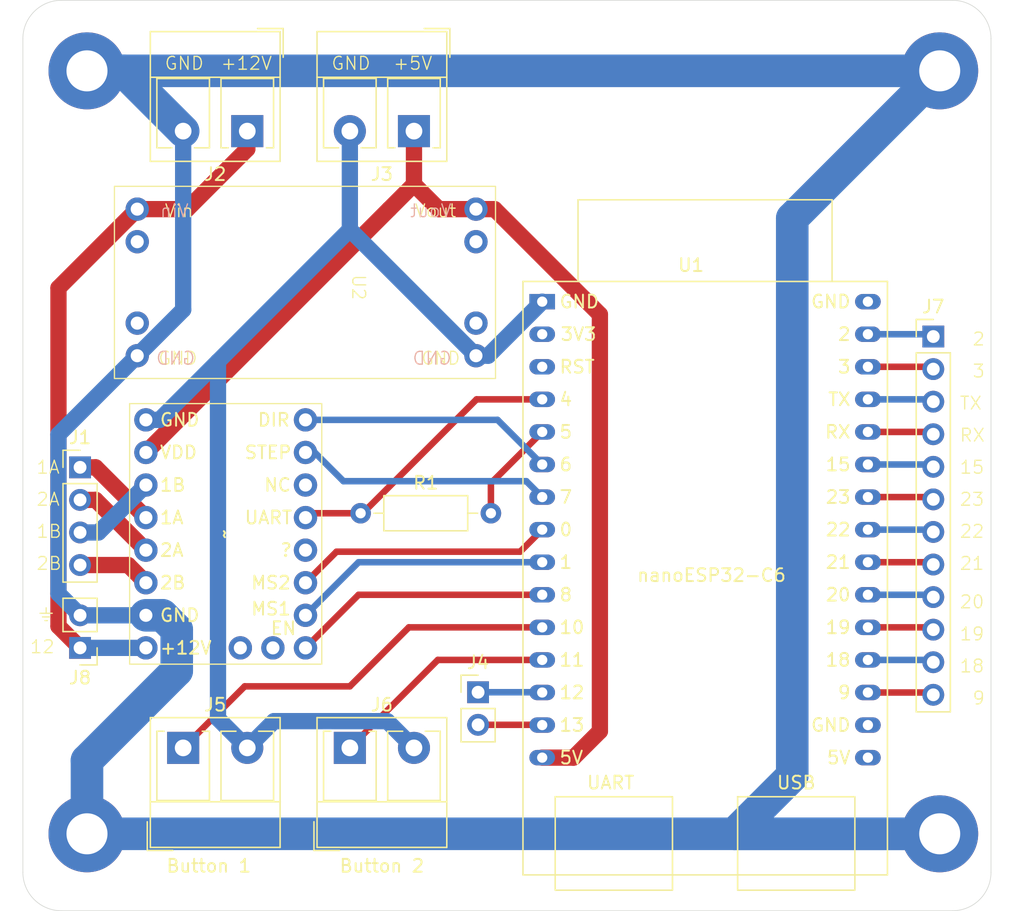
<source format=kicad_pcb>
(kicad_pcb (version 20240108) (generator "pcbnew") (generator_version "8.0")
  (layers (0 "F.Cu" signal) (31 "B.Cu" signal) (34 "B.Paste" user) (35 "F.Paste" user) (36 "B.SilkS" user "B.Silkscreen") (37 "F.SilkS" user "F.Silkscreen") (38 "B.Mask" user) (39 "F.Mask" user) (44 "Edge.Cuts" user))
  (net 0 "")
  (net 1 "Net-(J1-Pin_2)")
  (net 2 "Net-(J1-Pin_1)")
  (net 3 "Net-(J1-Pin_3)")
  (net 4 "Net-(J1-Pin_4)")
  (net 5 "GND")
  (net 6 "+12V")
  (net 7 "Net-(J3-Pin_1)")
  (net 8 "Net-(J3-Pin_2)")
  (net 9 "Net-(U1-13)")
  (net 10 "Net-(J5-Pin_1)")
  (net 11 "Net-(J6-Pin_1)")
  (net 12 "Net-(U1-12)")
  (net 13 "Net-(U1-19)")
  (net 14 "Net-(U1-18)")
  (net 15 "Net-(U1-2)")
  (net 16 "Net-(U1-RX)")
  (net 17 "Net-(U1-15)")
  (net 18 "Net-(U1-23)")
  (net 19 "Net-(U1-3)")
  (net 20 "Net-(U1-9)")
  (net 21 "Net-(U1-21)")
  (net 22 "Net-(U1-TX)")
  (net 23 "Net-(U1-22)")
  (net 24 "Net-(R1-Pad2)")
  (net 25 "Net-(TMC2209-RX)")
  (net 28 "Net-(TMC2209-DIR)")
  (net 29 "Net-(TMC2209-MS2)")
  (net 30 "Net-(TMC2209-STEP)")
  (net 31 "Net-(TMC2209-EN)")
  (net 32 "Net-(TMC2209-MS1)")
  (net 35 "Net-(U1-20)")
  (footprint "Connector_PinHeader_2.54mm:PinHeader_1x12_P2.54mm_Vertical" (layer "F.Cu") (at 140.5 80.72)
    (property "Reference" "J7" (at 0 -2.33 0) (layer "F.SilkS"))
    (property "Value" "PINHD_1x12_Male")
    (fp_line (start -1.33 -1.33) (end 0 -1.33) (stroke (width 0.12)) (layer "F.SilkS"))
    (fp_line (start -1.33 0) (end -1.33 -1.33) (stroke (width 0.12)) (layer "F.SilkS"))
    (fp_line (start -1.33 1.27) (end -1.33 29.27) (stroke (width 0.12)) (layer "F.SilkS"))
    (fp_line (start -1.33 1.27) (end 1.33 1.27) (stroke (width 0.12)) (layer "F.SilkS"))
    (fp_line (start -1.33 29.27) (end 1.33 29.27) (stroke (width 0.12)) (layer "F.SilkS"))
    (fp_line (start 1.33 1.27) (end 1.33 29.27) (stroke (width 0.12)) (layer "F.SilkS"))
    (pad "1" thru_hole rect (at 0 0) (size 1.7 1.7) (drill 1) (layers "*.Cu" "*.Mask") (net 15 "Net-(U1-2)"))
    (pad "2" thru_hole oval (at 0 2.54) (size 1.7 1.7) (drill 1) (layers "*.Cu" "*.Mask") (net 19 "Net-(U1-3)"))
    (pad "3" thru_hole oval (at 0 5.08) (size 1.7 1.7) (drill 1) (layers "*.Cu" "*.Mask") (net 22 "Net-(U1-TX)"))
    (pad "4" thru_hole oval (at 0 7.62) (size 1.7 1.7) (drill 1) (layers "*.Cu" "*.Mask") (net 16 "Net-(U1-RX)"))
    (pad "5" thru_hole oval (at 0 10.16) (size 1.7 1.7) (drill 1) (layers "*.Cu" "*.Mask") (net 17 "Net-(U1-15)"))
    (pad "6" thru_hole oval (at 0 12.7) (size 1.7 1.7) (drill 1) (layers "*.Cu" "*.Mask") (net 18 "Net-(U1-23)"))
    (pad "7" thru_hole oval (at 0 15.24) (size 1.7 1.7) (drill 1) (layers "*.Cu" "*.Mask") (net 23 "Net-(U1-22)"))
    (pad "8" thru_hole oval (at 0 17.78) (size 1.7 1.7) (drill 1) (layers "*.Cu" "*.Mask") (net 21 "Net-(U1-21)"))
    (pad "9" thru_hole oval (at 0 20.32) (size 1.7 1.7) (drill 1) (layers "*.Cu" "*.Mask") (net 35 "Net-(U1-20)"))
    (pad "10" thru_hole oval (at 0 22.86) (size 1.7 1.7) (drill 1) (layers "*.Cu" "*.Mask") (net 13 "Net-(U1-19)"))
    (pad "11" thru_hole oval (at 0 25.4) (size 1.7 1.7) (drill 1) (layers "*.Cu" "*.Mask") (net 14 "Net-(U1-18)"))
    (pad "12" thru_hole oval (at 0 27.94) (size 1.7 1.7) (drill 1) (layers "*.Cu" "*.Mask") (net 20 "Net-(U1-9)"))
  )
  (footprint "PCM_SL_Mechanical:MountingHole_3.2mm_Pad" (layer "F.Cu") (at 74.5 60)
    (property "Reference" "H3" (hide yes))
    (property "Value" "MountingHole_M3")
    (pad "1" thru_hole circle (at 0 0) (size 6 6) (drill 3.2) (layers "*.Cu" "*.Mask") (net 5 "GND"))
  )
  (footprint "TerminalBlock_RND:TerminalBlock_RND_205-00276_1x02_P5.00mm_Vertical" (layer "F.Cu") (at 82 112.8)
    (property "Reference" "J5" (at 2.5 -3.36 0) (layer "F.SilkS"))
    (property "Value" "Button 1" (at 2 9.2 0) (layer "F.SilkS"))
    (fp_line (start -2.8 5.76) (end -2.8 8) (stroke (width 0.12)) (layer "F.SilkS"))
    (fp_line (start -2.8 8) (end -0.8 8) (stroke (width 0.12)) (layer "F.SilkS"))
    (fp_line (start -2.56 -2.36) (end -2.56 7.76) (stroke (width 0.12)) (layer "F.SilkS"))
    (fp_line (start -2.56 -2.36) (end 7.56 -2.36) (stroke (width 0.12)) (layer "F.SilkS"))
    (fp_line (start -2.56 4.2) (end 7.56 4.2) (stroke (width 0.12)) (layer "F.SilkS"))
    (fp_line (start -2.56 7.76) (end 7.56 7.76) (stroke (width 0.12)) (layer "F.SilkS"))
    (fp_line (start -2.05 -1.3) (end -2.05 4.1) (stroke (width 0.12)) (layer "F.SilkS"))
    (fp_line (start -2.05 -1.3) (end -1.49 -1.3) (stroke (width 0.12)) (layer "F.SilkS"))
    (fp_line (start -2.05 4.1) (end 2.05 4.1) (stroke (width 0.12)) (layer "F.SilkS"))
    (fp_line (start 1.49 -1.3) (end 2.05 -1.3) (stroke (width 0.12)) (layer "F.SilkS"))
    (fp_line (start 2.05 -1.3) (end 2.05 4.1) (stroke (width 0.12)) (layer "F.SilkS"))
    (fp_line (start 2.95 -1.3) (end 2.95 4.1) (stroke (width 0.12)) (layer "F.SilkS"))
    (fp_line (start 2.95 -1.3) (end 4.117 -1.3) (stroke (width 0.12)) (layer "F.SilkS"))
    (fp_line (start 2.95 4.1) (end 7.05 4.1) (stroke (width 0.12)) (layer "F.SilkS"))
    (fp_line (start 5.884 -1.3) (end 7.05 -1.3) (stroke (width 0.12)) (layer "F.SilkS"))
    (fp_line (start 7.05 -1.3) (end 7.05 4.1) (stroke (width 0.12)) (layer "F.SilkS"))
    (fp_line (start 7.56 -2.36) (end 7.56 7.76) (stroke (width 0.12)) (layer "F.SilkS"))
    (pad "1" thru_hole rect (at 0 0) (size 2.5 2.5) (drill 1.3) (layers "*.Cu" "*.Mask") (net 10 "Net-(J5-Pin_1)"))
    (pad "2" thru_hole circle (at 5 0) (size 2.5 2.5) (drill 1.3) (layers "*.Cu" "*.Mask") (net 8 "Net-(J3-Pin_2)"))
  )
  (footprint "Connector_PinHeader_2.54mm:PinHeader_1x02_P2.54mm_Vertical" (layer "F.Cu") (at 105 108.46)
    (property "Reference" "J4" (at 0 -2.33 0) (layer "F.SilkS"))
    (property "Value" "Extra Pins")
    (fp_line (start -1.33 -1.33) (end 0 -1.33) (stroke (width 0.12)) (layer "F.SilkS"))
    (fp_line (start -1.33 0) (end -1.33 -1.33) (stroke (width 0.12)) (layer "F.SilkS"))
    (fp_line (start -1.33 1.27) (end -1.33 3.87) (stroke (width 0.12)) (layer "F.SilkS"))
    (fp_line (start -1.33 1.27) (end 1.33 1.27) (stroke (width 0.12)) (layer "F.SilkS"))
    (fp_line (start -1.33 3.87) (end 1.33 3.87) (stroke (width 0.12)) (layer "F.SilkS"))
    (fp_line (start 1.33 1.27) (end 1.33 3.87) (stroke (width 0.12)) (layer "F.SilkS"))
    (pad "1" thru_hole rect (at 0 0) (size 1.7 1.7) (drill 1) (layers "*.Cu" "*.Mask") (net 12 "Net-(U1-12)"))
    (pad "2" thru_hole oval (at 0 2.54) (size 1.7 1.7) (drill 1) (layers "*.Cu" "*.Mask") (net 9 "Net-(U1-13)"))
  )
  (footprint "TerminalBlock_RND:TerminalBlock_RND_205-00276_1x02_P5.00mm_Vertical" (layer "F.Cu") (at 95 112.8)
    (property "Reference" "J6" (at 2.5 -3.36 0) (layer "F.SilkS"))
    (property "Value" "Button 2" (at 2.5 9.2 0) (layer "F.SilkS"))
    (fp_line (start -2.8 5.76) (end -2.8 8) (stroke (width 0.12)) (layer "F.SilkS"))
    (fp_line (start -2.8 8) (end -0.8 8) (stroke (width 0.12)) (layer "F.SilkS"))
    (fp_line (start -2.56 -2.36) (end -2.56 7.76) (stroke (width 0.12)) (layer "F.SilkS"))
    (fp_line (start -2.56 -2.36) (end 7.56 -2.36) (stroke (width 0.12)) (layer "F.SilkS"))
    (fp_line (start -2.56 4.2) (end 7.56 4.2) (stroke (width 0.12)) (layer "F.SilkS"))
    (fp_line (start -2.56 7.76) (end 7.56 7.76) (stroke (width 0.12)) (layer "F.SilkS"))
    (fp_line (start -2.05 -1.3) (end -2.05 4.1) (stroke (width 0.12)) (layer "F.SilkS"))
    (fp_line (start -2.05 -1.3) (end -1.49 -1.3) (stroke (width 0.12)) (layer "F.SilkS"))
    (fp_line (start -2.05 4.1) (end 2.05 4.1) (stroke (width 0.12)) (layer "F.SilkS"))
    (fp_line (start 1.49 -1.3) (end 2.05 -1.3) (stroke (width 0.12)) (layer "F.SilkS"))
    (fp_line (start 2.05 -1.3) (end 2.05 4.1) (stroke (width 0.12)) (layer "F.SilkS"))
    (fp_line (start 2.95 -1.3) (end 2.95 4.1) (stroke (width 0.12)) (layer "F.SilkS"))
    (fp_line (start 2.95 -1.3) (end 4.117 -1.3) (stroke (width 0.12)) (layer "F.SilkS"))
    (fp_line (start 2.95 4.1) (end 7.05 4.1) (stroke (width 0.12)) (layer "F.SilkS"))
    (fp_line (start 5.884 -1.3) (end 7.05 -1.3) (stroke (width 0.12)) (layer "F.SilkS"))
    (fp_line (start 7.05 -1.3) (end 7.05 4.1) (stroke (width 0.12)) (layer "F.SilkS"))
    (fp_line (start 7.56 -2.36) (end 7.56 7.76) (stroke (width 0.12)) (layer "F.SilkS"))
    (pad "1" thru_hole rect (at 0 0) (size 2.5 2.5) (drill 1.3) (layers "*.Cu" "*.Mask") (net 11 "Net-(J6-Pin_1)"))
    (pad "2" thru_hole circle (at 5 0) (size 2.5 2.5) (drill 1.3) (layers "*.Cu" "*.Mask") (net 8 "Net-(J3-Pin_2)"))
  )
  (footprint "CustomComponents:nanoESP32-C6" (layer "F.Cu") (at 110 78)
    (property "Reference" "U1" (at 11.6078 -2.8448 0) (layer "F.SilkS"))
    (property "Value" "nanoESP32-C6" (at 13.208 21.336 180) (layer "F.SilkS"))
    (fp_line (start -1.5 -1.575) (end -1.5 44.704) (stroke (width 0.12)) (layer "F.SilkS"))
    (fp_line (start -1.5 44.704) (end 26.923999 44.704) (stroke (width 0.12)) (layer "F.SilkS"))
    (fp_line (start 2.794 -7.94532) (end 22.606 -7.94532) (stroke (width 0.12)) (layer "F.SilkS"))
    (fp_line (start 2.794 -1.59532) (end 2.794 -7.94532) (stroke (width 0.12)) (layer "F.SilkS"))
    (fp_line (start 22.606 -7.94532) (end 22.606 -1.59532) (stroke (width 0.12)) (layer "F.SilkS"))
    (fp_line (start 26.923999 44.704) (end 26.924 -1.575) (stroke (width 0.12)) (layer "F.SilkS"))
    (fp_line (start 26.924 -1.575) (end -1.499999 -1.575) (stroke (width 0.12)) (layer "F.SilkS"))
    (fp_rect (start 1.016 38.608) (end 10.16 45.8978) (stroke (width 0.12)) (fill none) (layer "F.SilkS"))
    (fp_rect (start 15.24 38.608) (end 24.384 45.8978) (stroke (width 0.12)) (fill none) (layer "F.SilkS"))
    (fp_text user "15" (at 24.13 12.7 0) (layer "F.SilkS") (effects (justify right)))
    (fp_text user "11" (at 1.27 27.94 0) (layer "F.SilkS") (effects (justify left)))
    (fp_text user "5" (at 1.27 10.16 0) (layer "F.SilkS") (effects (justify left)))
    (fp_text user "13" (at 1.27 33.02 0) (layer "F.SilkS") (effects (justify left)))
    (fp_text user "22" (at 24.13 17.78 0) (layer "F.SilkS") (effects (justify right)))
    (fp_text user "3V3" (at 4.318 2.54 0) (layer "F.SilkS") (effects (justify right)))
    (fp_text user "GND" (at 24.13 33.02 0) (layer "F.SilkS") (effects (justify right)))
    (fp_text user "USB" (at 19.812 38.1 0) (layer "F.SilkS") (effects (justify bottom)))
    (fp_text user "23" (at 24.13 15.24 0) (layer "F.SilkS") (effects (justify right)))
    (fp_text user "12" (at 1.27 30.48 0) (layer "F.SilkS") (effects (justify left)))
    (fp_text user "RST" (at 1.27 5.08 0) (layer "F.SilkS") (effects (justify left)))
    (fp_text user "6" (at 1.27 12.7 0) (layer "F.SilkS") (effects (justify left)))
    (fp_text user "2" (at 24.13 2.54 0) (layer "F.SilkS") (effects (justify right)))
    (fp_text user "RX" (at 24.13 10.16 0) (layer "F.SilkS") (effects (justify right)))
    (fp_text user "10" (at 1.27 25.4 0) (layer "F.SilkS") (effects (justify left)))
    (fp_text user "5V" (at 24.13 35.56 0) (layer "F.SilkS") (effects (justify right)))
    (fp_text user "4" (at 1.27 7.62 0) (layer "F.SilkS") (effects (justify left)))
    (fp_text user "20" (at 24.13 22.86 0) (layer "F.SilkS") (effects (justify right)))
    (fp_text user "7" (at 1.27 15.24 0) (layer "F.SilkS") (effects (justify left)))
    (fp_text user "18" (at 24.13 27.94 0) (layer "F.SilkS") (effects (justify right)))
    (fp_text user "19" (at 24.13 25.4 0) (layer "F.SilkS") (effects (justify right)))
    (fp_text user "1" (at 1.27 20.32 0) (layer "F.SilkS") (effects (justify left)))
    (fp_text user "5V" (at 1.27 35.56 0) (layer "F.SilkS") (effects (justify left)))
    (fp_text user "3" (at 24.13 5.08 0) (layer "F.SilkS") (effects (justify right)))
    (fp_text user "UART" (at 5.334 38.1 0) (layer "F.SilkS") (effects (justify bottom)))
    (fp_text user "21" (at 24.13 20.32 0) (layer "F.SilkS") (effects (justify right)))
    (fp_text user "GND" (at 1.27 0 0) (layer "F.SilkS") (effects (justify left)))
    (fp_text user "GND" (at 24.13 0 0) (layer "F.SilkS") (effects (justify right)))
    (fp_text user "9" (at 24.13 30.48 0) (layer "F.SilkS") (effects (justify right)))
    (fp_text user "8" (at 1.27 22.86 0) (layer "F.SilkS") (effects (justify left)))
    (fp_text user "0" (at 1.27 17.78 0) (layer "F.SilkS") (effects (justify left)))
    (fp_text user "TX" (at 24.13 7.62 0) (layer "F.SilkS") (effects (justify right)))
    (pad "1" thru_hole rect (at 0 0 270) (size 1.2 2) (drill 0.8) (layers "*.Cu" "*.Mask") (net 8 "Net-(J3-Pin_2)"))
    (pad "2" thru_hole oval (at 0 2.54 270) (size 1.2 2) (drill 0.8) (layers "*.Cu" "*.Mask"))
    (pad "3" thru_hole oval (at 0 5.08 270) (size 1.2 2) (drill 0.8) (layers "*.Cu" "*.Mask"))
    (pad "4" thru_hole oval (at 0 7.62 270) (size 1.2 2) (drill 0.8) (layers "*.Cu" "*.Mask") (net 25 "Net-(TMC2209-RX)"))
    (pad "5" thru_hole oval (at 0 10.16 270) (size 1.2 2) (drill 0.8) (layers "*.Cu" "*.Mask") (net 24 "Net-(R1-Pad2)"))
    (pad "6" thru_hole oval (at 0 12.7 270) (size 1.2 2) (drill 0.8) (layers "*.Cu" "*.Mask") (net 28 "Net-(TMC2209-DIR)"))
    (pad "7" thru_hole oval (at 0 15.24 270) (size 1.2 2) (drill 0.8) (layers "*.Cu" "*.Mask") (net 30 "Net-(TMC2209-STEP)"))
    (pad "8" thru_hole oval (at 0 17.78 270) (size 1.2 2) (drill 0.8) (layers "*.Cu" "*.Mask") (net 29 "Net-(TMC2209-MS2)"))
    (pad "9" thru_hole oval (at 0 20.32 270) (size 1.2 2) (drill 0.8) (layers "*.Cu" "*.Mask") (net 32 "Net-(TMC2209-MS1)"))
    (pad "10" thru_hole oval (at 0 22.86 270) (size 1.2 2) (drill 0.8) (layers "*.Cu" "*.Mask") (net 31 "Net-(TMC2209-EN)"))
    (pad "11" thru_hole oval (at 0 25.4 270) (size 1.2 2) (drill 0.8) (layers "*.Cu" "*.Mask") (net 10 "Net-(J5-Pin_1)"))
    (pad "12" thru_hole oval (at 0 27.94 270) (size 1.2 2) (drill 0.8) (layers "*.Cu" "*.Mask") (net 11 "Net-(J6-Pin_1)"))
    (pad "13" thru_hole oval (at 0 30.48 270) (size 1.2 2) (drill 0.8) (layers "*.Cu" "*.Mask") (net 12 "Net-(U1-12)"))
    (pad "14" thru_hole oval (at 0 33.02 270) (size 1.2 2) (drill 0.8) (layers "*.Cu" "*.Mask") (net 9 "Net-(U1-13)"))
    (pad "15" thru_hole oval (at 0 35.56 270) (size 1.2 2) (drill 0.8) (layers "*.Cu" "*.Mask") (net 7 "Net-(J3-Pin_1)"))
    (pad "16" thru_hole oval (at 25.4 0 270) (size 1.2 2) (drill 0.8) (layers "*.Cu" "*.Mask"))
    (pad "17" thru_hole oval (at 25.4 2.54 270) (size 1.2 2) (drill 0.8) (layers "*.Cu" "*.Mask") (net 15 "Net-(U1-2)"))
    (pad "18" thru_hole oval (at 25.4 5.08 270) (size 1.2 2) (drill 0.8) (layers "*.Cu" "*.Mask") (net 19 "Net-(U1-3)"))
    (pad "19" thru_hole oval (at 25.4 7.62 270) (size 1.2 2) (drill 0.8) (layers "*.Cu" "*.Mask") (net 22 "Net-(U1-TX)"))
    (pad "20" thru_hole oval (at 25.4 10.16 270) (size 1.2 2) (drill 0.8) (layers "*.Cu" "*.Mask") (net 16 "Net-(U1-RX)"))
    (pad "21" thru_hole oval (at 25.4 12.7 270) (size 1.2 2) (drill 0.8) (layers "*.Cu" "*.Mask") (net 17 "Net-(U1-15)"))
    (pad "22" thru_hole oval (at 25.4 15.24 270) (size 1.2 2) (drill 0.8) (layers "*.Cu" "*.Mask") (net 18 "Net-(U1-23)"))
    (pad "23" thru_hole oval (at 25.4 17.78 270) (size 1.2 2) (drill 0.8) (layers "*.Cu" "*.Mask") (net 23 "Net-(U1-22)"))
    (pad "24" thru_hole oval (at 25.4 20.32 270) (size 1.2 2) (drill 0.8) (layers "*.Cu" "*.Mask") (net 21 "Net-(U1-21)"))
    (pad "25" thru_hole oval (at 25.4 22.86 270) (size 1.2 2) (drill 0.8) (layers "*.Cu" "*.Mask") (net 35 "Net-(U1-20)"))
    (pad "26" thru_hole oval (at 25.4 25.4 270) (size 1.2 2) (drill 0.8) (layers "*.Cu" "*.Mask") (net 13 "Net-(U1-19)"))
    (pad "27" thru_hole oval (at 25.4 27.94 270) (size 1.2 2) (drill 0.8) (layers "*.Cu" "*.Mask") (net 14 "Net-(U1-18)"))
    (pad "28" thru_hole oval (at 25.4 30.48 270) (size 1.2 2) (drill 0.8) (layers "*.Cu" "*.Mask") (net 20 "Net-(U1-9)"))
    (pad "29" thru_hole oval (at 25.4 33.02 270) (size 1.2 2) (drill 0.8) (layers "*.Cu" "*.Mask"))
    (pad "30" thru_hole oval (at 25.4 35.56 270) (size 1.2 2) (drill 0.8) (layers "*.Cu" "*.Mask"))
  )
  (footprint "TerminalBlock_RND:TerminalBlock_RND_205-00276_1x02_P5.00mm_Vertical" (layer "F.Cu") (at 87 64.7 180)
    (property "Reference" "J2" (at 2.5 -3.36 180) (layer "F.SilkS"))
    (property "Value" "12V Terminal")
    (fp_line (start 7.56 -2.36) (end 7.56 7.76) (stroke (width 0.12)) (layer "F.SilkS"))
    (fp_line (start 7.05 -1.3) (end 7.05 4.1) (stroke (width 0.12)) (layer "F.SilkS"))
    (fp_line (start 5.884 -1.3) (end 7.05 -1.3) (stroke (width 0.12)) (layer "F.SilkS"))
    (fp_line (start 2.95 4.1) (end 7.05 4.1) (stroke (width 0.12)) (layer "F.SilkS"))
    (fp_line (start 2.95 -1.3) (end 4.117 -1.3) (stroke (width 0.12)) (layer "F.SilkS"))
    (fp_line (start 2.95 -1.3) (end 2.95 4.1) (stroke (width 0.12)) (layer "F.SilkS"))
    (fp_line (start 2.05 -1.3) (end 2.05 4.1) (stroke (width 0.12)) (layer "F.SilkS"))
    (fp_line (start 1.49 -1.3) (end 2.05 -1.3) (stroke (width 0.12)) (layer "F.SilkS"))
    (fp_line (start -2.05 4.1) (end 2.05 4.1) (stroke (width 0.12)) (layer "F.SilkS"))
    (fp_line (start -2.05 -1.3) (end -1.49 -1.3) (stroke (width 0.12)) (layer "F.SilkS"))
    (fp_line (start -2.05 -1.3) (end -2.05 4.1) (stroke (width 0.12)) (layer "F.SilkS"))
    (fp_line (start -2.56 7.76) (end 7.56 7.76) (stroke (width 0.12)) (layer "F.SilkS"))
    (fp_line (start -2.56 4.2) (end 7.56 4.2) (stroke (width 0.12)) (layer "F.SilkS"))
    (fp_line (start -2.56 -2.36) (end 7.56 -2.36) (stroke (width 0.12)) (layer "F.SilkS"))
    (fp_line (start -2.56 -2.36) (end -2.56 7.76) (stroke (width 0.12)) (layer "F.SilkS"))
    (fp_line (start -2.8 8) (end -0.8 8) (stroke (width 0.12)) (layer "F.SilkS"))
    (fp_line (start -2.8 5.76) (end -2.8 8) (stroke (width 0.12)) (layer "F.SilkS"))
    (pad "1" thru_hole rect (at 0 0 180) (size 2.5 2.5) (drill 1.3) (layers "*.Cu" "*.Mask") (net 6 "+12V"))
    (pad "2" thru_hole circle (at 5 0 180) (size 2.5 2.5) (drill 1.3) (layers "*.Cu" "*.Mask") (net 5 "GND"))
  )
  (footprint "CustomComponents:BuckConverter" (layer "F.Cu") (at 104.835 70.785 -90)
    (property "Reference" "U2" (at 6.096 9.144 -90) (layer "F.SilkS") (effects (font (thickness 0.1))))
    (property "Value" "~")
    (fp_rect (start -1.778 -1.524) (end 13.208 28.194) (stroke (width 0.1)) (fill none) (layer "F.SilkS"))
    (pad "" thru_hole circle (at 2.54 0 270) (size 1.818 1.818) (drill 1.02) (layers "*.Cu" "*.Mask"))
    (pad "" thru_hole circle (at 2.54 26.416 270) (size 1.818 1.818) (drill 1.02) (layers "*.Cu" "*.Mask"))
    (pad "" thru_hole circle (at 8.89 0 270) (size 1.818 1.818) (drill 1.02) (layers "*.Cu" "*.Mask"))
    (pad "" thru_hole circle (at 8.89 26.416 270) (size 1.818 1.818) (drill 1.02) (layers "*.Cu" "*.Mask"))
    (pad "1" thru_hole circle (at 0 26.416 270) (size 1.818 1.818) (drill 1.02) (layers "*.Cu" "*.Mask") (net 6 "+12V"))
    (pad "2" thru_hole circle (at 11.43 26.416 270) (size 1.818 1.818) (drill 1.02) (layers "*.Cu" "*.Mask") (net 5 "GND"))
    (pad "3" thru_hole circle (at 0 0 270) (size 1.818 1.818) (drill 1.02) (layers "*.Cu" "*.Mask") (net 7 "Net-(J3-Pin_1)"))
    (pad "4" thru_hole circle (at 11.43 0 270) (size 1.818 1.818) (drill 1.02) (layers "*.Cu" "*.Mask") (net 8 "Net-(J3-Pin_2)"))
  )
  (footprint "CustomComponents:TMC2209" (layer "F.Cu") (at 79.094 94.84)
    (property "Reference" "TMC2209" (hide yes))
    (property "Value" "~" (at 6.096 1.27 90) (layer "F.SilkS"))
    (fp_rect (start -1.27 -8.89) (end 13.716 11.43) (stroke (width 0.1)) (fill none) (layer "F.SilkS"))
    (fp_text user "UART" (at 7.62 0 0) (layer "F.SilkS") (effects (justify left)))
    (fp_text user "1B" (at 1.016 -2.54 0) (layer "F.SilkS") (effects (justify left)))
    (fp_text user "STEP" (at 7.62 -5.08 0) (layer "F.SilkS") (effects (justify left)))
    (fp_text user "GND" (at 1.016 -7.62 0) (layer "F.SilkS") (effects (justify left)))
    (fp_text user "2A" (at 1.016 2.54 0) (layer "F.SilkS") (effects (justify left)))
    (fp_text user "1A" (at 1.016 0 0) (layer "F.SilkS") (effects (justify left)))
    (fp_text user "GND" (at 1.016 7.62 0) (layer "F.SilkS") (effects (justify left)))
    (fp_text user "+12V" (at 1.016 10.16 0) (layer "F.SilkS") (effects (justify left)))
    (fp_text user "VDD" (at 1.016 -5.08 0) (layer "F.SilkS") (effects (justify left)))
    (fp_text user "MS2" (at 8.128 5.08 0) (layer "F.SilkS") (effects (justify left)))
    (fp_text user "NC" (at 9.144 -2.54 0) (layer "F.SilkS") (effects (justify left)))
    (fp_text user "DIR" (at 8.636 -7.62 0) (layer "F.SilkS") (effects (justify left)))
    (fp_text user "2B" (at 1.016 5.08 0) (layer "F.SilkS") (effects (justify left)))
    (fp_text user "EN" (at 9.652 8.636 0) (layer "F.SilkS") (effects (justify left)))
    (fp_text user "?" (at 10.414 2.54 0) (layer "F.SilkS") (effects (justify left)))
    (fp_text user "MS1" (at 8.128 7.112 0) (layer "F.SilkS") (effects (justify left)))
    (pad "1" thru_hole circle (at 0 -7.62) (size 1.818 1.818) (drill 1.02) (layers "*.Cu" "*.Mask") (net 8 "Net-(J3-Pin_2)"))
    (pad "2" thru_hole circle (at 0 -5.08) (size 1.818 1.818) (drill 1.02) (layers "*.Cu" "*.Mask") (net 7 "Net-(J3-Pin_1)"))
    (pad "3" thru_hole circle (at 0 -2.54) (size 1.818 1.818) (drill 1.02) (layers "*.Cu" "*.Mask") (net 3 "Net-(J1-Pin_3)"))
    (pad "4" thru_hole circle (at 0 0) (size 1.818 1.818) (drill 1.02) (layers "*.Cu" "*.Mask") (net 2 "Net-(J1-Pin_1)"))
    (pad "5" thru_hole circle (at 0 2.54) (size 1.818 1.818) (drill 1.02) (layers "*.Cu" "*.Mask") (net 1 "Net-(J1-Pin_2)"))
    (pad "6" thru_hole circle (at 0 5.08) (size 1.818 1.818) (drill 1.02) (layers "*.Cu" "*.Mask") (net 4 "Net-(J1-Pin_4)"))
    (pad "7" thru_hole circle (at 0 7.62) (size 1.818 1.818) (drill 1.02) (layers "*.Cu" "*.Mask") (net 5 "GND"))
    (pad "8" thru_hole circle (at 0 10.16) (size 1.818 1.818) (drill 1.02) (layers "*.Cu" "*.Mask") (net 6 "+12V"))
    (pad "9" thru_hole circle (at 12.446 -7.62) (size 1.818 1.818) (drill 1.02) (layers "*.Cu" "*.Mask") (net 28 "Net-(TMC2209-DIR)"))
    (pad "10" thru_hole circle (at 12.446 -5.08) (size 1.818 1.818) (drill 1.02) (layers "*.Cu" "*.Mask") (net 30 "Net-(TMC2209-STEP)"))
    (pad "11" thru_hole circle (at 12.446 -2.54) (size 1.818 1.818) (drill 1.02) (layers "*.Cu" "*.Mask"))
    (pad "12" thru_hole circle (at 12.446 0) (size 1.818 1.818) (drill 1.02) (layers "*.Cu" "*.Mask") (net 25 "Net-(TMC2209-RX)"))
    (pad "13" thru_hole circle (at 12.446 2.54) (size 1.818 1.818) (drill 1.02) (layers "*.Cu" "*.Mask"))
    (pad "14" thru_hole circle (at 12.446 5.08) (size 1.818 1.818) (drill 1.02) (layers "*.Cu" "*.Mask") (net 29 "Net-(TMC2209-MS2)"))
    (pad "15" thru_hole circle (at 12.446 7.62) (size 1.818 1.818) (drill 1.02) (layers "*.Cu" "*.Mask") (net 32 "Net-(TMC2209-MS1)"))
    (pad "16" thru_hole circle (at 12.446 10.16) (size 1.818 1.818) (drill 1.02) (layers "*.Cu" "*.Mask") (net 31 "Net-(TMC2209-EN)"))
    (pad "17" thru_hole circle (at 9.906 10.16) (size 1.818 1.818) (drill 1.02) (layers "*.Cu" "*.Mask"))
    (pad "18" thru_hole circle (at 7.366 10.16) (size 1.818 1.818) (drill 1.02) (layers "*.Cu" "*.Mask"))
  )
  (footprint "Connector_PinHeader_2.54mm:PinHeader_1x02_P2.54mm_Vertical" (layer "F.Cu") (at 73.96 105 180)
    (property "Reference" "J8" (at 0 -2.33 180) (layer "F.SilkS"))
    (property "Value" "12V Output")
    (fp_line (start 1.33 1.27) (end 1.33 3.87) (stroke (width 0.12)) (layer "F.SilkS"))
    (fp_line (start -1.33 3.87) (end 1.33 3.87) (stroke (width 0.12)) (layer "F.SilkS"))
    (fp_line (start -1.33 1.27) (end 1.33 1.27) (stroke (width 0.12)) (layer "F.SilkS"))
    (fp_line (start -1.33 1.27) (end -1.33 3.87) (stroke (width 0.12)) (layer "F.SilkS"))
    (fp_line (start -1.33 0) (end -1.33 -1.33) (stroke (width 0.12)) (layer "F.SilkS"))
    (fp_line (start -1.33 -1.33) (end 0 -1.33) (stroke (width 0.12)) (layer "F.SilkS"))
    (pad "1" thru_hole rect (at 0 0 180) (size 1.7 1.7) (drill 1) (layers "*.Cu" "*.Mask") (net 6 "+12V"))
    (pad "2" thru_hole oval (at 0 2.54 180) (size 1.7 1.7) (drill 1) (layers "*.Cu" "*.Mask") (net 5 "GND"))
  )
  (footprint "Connector_PinHeader_2.54mm:PinHeader_1x04_P2.54mm_Vertical" (layer "F.Cu") (at 73.96 90.92)
    (property "Reference" "J1" (at 0 -2.33 0) (layer "F.SilkS"))
    (property "Value" "Conn_01x04_Pin")
    (fp_line (start -1.33 -1.33) (end 0 -1.33) (stroke (width 0.12)) (layer "F.SilkS"))
    (fp_line (start -1.33 0) (end -1.33 -1.33) (stroke (width 0.12)) (layer "F.SilkS"))
    (fp_line (start -1.33 1.27) (end -1.33 8.95) (stroke (width 0.12)) (layer "F.SilkS"))
    (fp_line (start -1.33 1.27) (end 1.33 1.27) (stroke (width 0.12)) (layer "F.SilkS"))
    (fp_line (start -1.33 8.95) (end 1.33 8.95) (stroke (width 0.12)) (layer "F.SilkS"))
    (fp_line (start 1.33 1.27) (end 1.33 8.95) (stroke (width 0.12)) (layer "F.SilkS"))
    (pad "1" thru_hole rect (at 0 0) (size 1.7 1.7) (drill 1) (layers "*.Cu" "*.Mask") (net 2 "Net-(J1-Pin_1)"))
    (pad "2" thru_hole oval (at 0 2.54) (size 1.7 1.7) (drill 1) (layers "*.Cu" "*.Mask") (net 1 "Net-(J1-Pin_2)"))
    (pad "3" thru_hole oval (at 0 5.08) (size 1.7 1.7) (drill 1) (layers "*.Cu" "*.Mask") (net 3 "Net-(J1-Pin_3)"))
    (pad "4" thru_hole oval (at 0 7.62) (size 1.7 1.7) (drill 1) (layers "*.Cu" "*.Mask") (net 4 "Net-(J1-Pin_4)"))
  )
  (footprint "PCM_SL_Mechanical:MountingHole_3.2mm_Pad" (layer "F.Cu") (at 141 119.5)
    (property "Reference" "H2" (hide yes))
    (property "Value" "MountingHole_M3")
    (pad "1" thru_hole circle (at 0 0) (size 6 6) (drill 3.2) (layers "*.Cu" "*.Mask") (net 5 "GND"))
  )
  (footprint "PCM_SL_Mechanical:MountingHole_3.2mm_Pad" (layer "F.Cu") (at 74.5 119.5)
    (property "Reference" "H4" (hide yes))
    (property "Value" "MountingHole_M3")
    (pad "1" thru_hole circle (at 0 0) (size 6 6) (drill 3.2) (layers "*.Cu" "*.Mask") (net 5 "GND"))
  )
  (footprint "TerminalBlock_RND:TerminalBlock_RND_205-00276_1x02_P5.00mm_Vertical" (layer "F.Cu") (at 100 64.7 180)
    (property "Reference" "J3" (at 2.5 -3.36 180) (layer "F.SilkS"))
    (property "Value" "5V Terminal")
    (fp_line (start 7.56 -2.36) (end 7.56 7.76) (stroke (width 0.12)) (layer "F.SilkS"))
    (fp_line (start 7.05 -1.3) (end 7.05 4.1) (stroke (width 0.12)) (layer "F.SilkS"))
    (fp_line (start 5.884 -1.3) (end 7.05 -1.3) (stroke (width 0.12)) (layer "F.SilkS"))
    (fp_line (start 2.95 4.1) (end 7.05 4.1) (stroke (width 0.12)) (layer "F.SilkS"))
    (fp_line (start 2.95 -1.3) (end 4.117 -1.3) (stroke (width 0.12)) (layer "F.SilkS"))
    (fp_line (start 2.95 -1.3) (end 2.95 4.1) (stroke (width 0.12)) (layer "F.SilkS"))
    (fp_line (start 2.05 -1.3) (end 2.05 4.1) (stroke (width 0.12)) (layer "F.SilkS"))
    (fp_line (start 1.49 -1.3) (end 2.05 -1.3) (stroke (width 0.12)) (layer "F.SilkS"))
    (fp_line (start -2.05 4.1) (end 2.05 4.1) (stroke (width 0.12)) (layer "F.SilkS"))
    (fp_line (start -2.05 -1.3) (end -1.49 -1.3) (stroke (width 0.12)) (layer "F.SilkS"))
    (fp_line (start -2.05 -1.3) (end -2.05 4.1) (stroke (width 0.12)) (layer "F.SilkS"))
    (fp_line (start -2.56 7.76) (end 7.56 7.76) (stroke (width 0.12)) (layer "F.SilkS"))
    (fp_line (start -2.56 4.2) (end 7.56 4.2) (stroke (width 0.12)) (layer "F.SilkS"))
    (fp_line (start -2.56 -2.36) (end 7.56 -2.36) (stroke (width 0.12)) (layer "F.SilkS"))
    (fp_line (start -2.56 -2.36) (end -2.56 7.76) (stroke (width 0.12)) (layer "F.SilkS"))
    (fp_line (start -2.8 8) (end -0.8 8) (stroke (width 0.12)) (layer "F.SilkS"))
    (fp_line (start -2.8 5.76) (end -2.8 8) (stroke (width 0.12)) (layer "F.SilkS"))
    (pad "1" thru_hole rect (at 0 0 180) (size 2.5 2.5) (drill 1.3) (layers "*.Cu" "*.Mask") (net 7 "Net-(J3-Pin_1)"))
    (pad "2" thru_hole circle (at 5 0 180) (size 2.5 2.5) (drill 1.3) (layers "*.Cu" "*.Mask") (net 8 "Net-(J3-Pin_2)"))
  )
  (footprint "Resistor_THT:R_Axial_DIN0207_L6.3mm_D2.5mm_P10.16mm_Horizontal" (layer "F.Cu") (at 95.84 94.5)
    (property "Reference" "R1" (at 5.08 -2.37 0) (layer "F.SilkS"))
    (property "Value" "R")
    (fp_line (start 1.04 0) (end 1.81 0) (stroke (width 0.12)) (layer "F.SilkS"))
    (fp_line (start 1.81 -1.37) (end 1.81 1.37) (stroke (width 0.12)) (layer "F.SilkS"))
    (fp_line (start 1.81 1.37) (end 8.35 1.37) (stroke (width 0.12)) (layer "F.SilkS"))
    (fp_line (start 8.35 -1.37) (end 1.81 -1.37) (stroke (width 0.12)) (layer "F.SilkS"))
    (fp_line (start 8.35 1.37) (end 8.35 -1.37) (stroke (width 0.12)) (layer "F.SilkS"))
    (fp_line (start 9.12 0) (end 8.35 0) (stroke (width 0.12)) (layer "F.SilkS"))
    (pad "1" thru_hole circle (at 0 0) (size 1.6 1.6) (drill 0.8) (layers "*.Cu" "*.Mask") (net 25 "Net-(TMC2209-RX)"))
    (pad "2" thru_hole oval (at 10.16 0) (size 1.6 1.6) (drill 0.8) (layers "*.Cu" "*.Mask") (net 24 "Net-(R1-Pad2)"))
  )
  (footprint "PCM_SL_Mechanical:MountingHole_3.2mm_Pad" (layer "F.Cu") (at 141 60)
    (property "Reference" "H1" (hide yes))
    (property "Value" "MountingHole_M3")
    (pad "1" thru_hole circle (at 0 0) (size 6 6) (drill 3.2) (layers "*.Cu" "*.Mask") (net 5 "GND"))
  )
  (gr_line (start 72.5 54.5) (end 142 54.5) (stroke (width 0.05)) (layer "Edge.Cuts"))
  (gr_arc (start 69.5 57.5) (mid 70.37868 55.37868) (end 72.5 54.5) (stroke (width 0.05)) (layer "Edge.Cuts"))
  (gr_arc (start 142 54.5) (mid 144.12132 55.37868) (end 145 57.5) (stroke (width 0.05)) (layer "Edge.Cuts"))
  (gr_line (start 142 125.5) (end 72.5 125.5) (stroke (width 0.05)) (layer "Edge.Cuts"))
  (gr_line (start 145 57.5) (end 145 122.5) (stroke (width 0.05)) (layer "Edge.Cuts"))
  (gr_line (start 69.5 122.5) (end 69.5 57.5) (stroke (width 0.05)) (layer "Edge.Cuts"))
  (gr_arc (start 72.5 125.5) (mid 70.37868 124.62132) (end 69.5 122.5) (stroke (width 0.05)) (layer "Edge.Cuts"))
  (gr_arc (start 145 122.5) (mid 144.12132 124.62132) (end 142 125.5) (stroke (width 0.05)) (layer "Edge.Cuts"))
  (gr_text "GND" (at 83 83 0) (layer "B.SilkS") (effects (font (size 1 1) (thickness 0.1)) (justify left bottom mirror)))
  (gr_text "Vin" (at 82.5 71.5 0) (layer "B.SilkS") (effects (font (size 1 1) (thickness 0.1)) (justify left bottom mirror)))
  (gr_text "Vout" (at 103 71.5 0) (layer "B.SilkS") (effects (font (size 1 1) (thickness 0.1)) (justify left bottom mirror)))
  (gr_text "GND" (at 103 83 0) (layer "B.SilkS") (effects (font (size 1 1) (thickness 0.1)) (justify left bottom mirror)))
  (gr_text "Vin" (at 80.5 71.5 0) (layer "F.SilkS") (effects (font (size 1 1) (thickness 0.1)) (justify left bottom)))
  (gr_text "23" (at 142.5 94 0) (layer "F.SilkS") (effects (font (size 1 1) (thickness 0.1)) (justify left bottom)))
  (gr_text "19" (at 142.5 104.5 0) (layer "F.SilkS") (effects (font (size 1 1) (thickness 0.1)) (justify left bottom)))
  (gr_text "TX" (at 142.5 86.5 0) (layer "F.SilkS") (effects (font (size 1 1) (thickness 0.1)) (justify left bottom)))
  (gr_text "2" (at 143.5 81.5 0) (layer "F.SilkS") (effects (font (size 1 1) (thickness 0.1)) (justify left bottom)))
  (gr_text "20\n" (at 142.5 102 0) (layer "F.SilkS") (effects (font (size 1 1) (thickness 0.1)) (justify left bottom)))
  (gr_text "GND" (at 93.5 60 0) (layer "F.SilkS") (effects (font (size 1 1) (thickness 0.1)) (justify left bottom)))
  (gr_text "GND" (at 100.5 83 0) (layer "F.SilkS") (effects (font (size 1 1) (thickness 0.1)) (justify left bottom)))
  (gr_text "21" (at 142.5 99 0) (layer "F.SilkS") (effects (font (size 1 1) (thickness 0.1)) (justify left bottom)))
  (gr_text "Vout" (at 100 71.5 0) (layer "F.SilkS") (effects (font (size 1 1) (thickness 0.1)) (justify left bottom)))
  (gr_text "+5V" (at 101.5 60 0) (layer "F.SilkS") (effects (font (size 1 1) (thickness 0.1)) (justify right bottom)))
  (gr_text "2B" (at 70.5 99 0) (layer "F.SilkS") (effects (font (size 1 1) (thickness 0.1)) (justify left bottom)))
  (gr_text "2A" (at 70.5 94 0) (layer "F.SilkS") (effects (font (size 1 1) (thickness 0.1)) (justify left bottom)))
  (gr_text "GND" (at 80 83 0) (layer "F.SilkS") (effects (font (size 1 1) (thickness 0.1)) (justify left bottom)))
  (gr_text "12\n" (at 70 105.5 0) (layer "F.SilkS") (effects (font (size 1 1) (thickness 0.1)) (justify left bottom)))
  (gr_text "15" (at 142.5 91.5 0) (layer "F.SilkS") (effects (font (size 1 1) (thickness 0.1)) (justify left bottom)))
  (gr_text "1A" (at 70.5 91.5 0) (layer "F.SilkS") (effects (font (size 1 1) (thickness 0.1)) (justify left bottom)))
  (gr_text "18" (at 142.5 107 0) (layer "F.SilkS") (effects (font (size 1 1) (thickness 0.1)) (justify left bottom)))
  (gr_text "9" (at 143.5 109.5 0) (layer "F.SilkS") (effects (font (size 1 1) (thickness 0.1)) (justify left bottom)))
  (gr_text "22" (at 142.5 96.5 0) (layer "F.SilkS") (effects (font (size 1 1) (thickness 0.1)) (justify left bottom)))
  (gr_text "3" (at 143.5 84 0) (layer "F.SilkS") (effects (font (size 1 1) (thickness 0.1)) (justify left bottom)))
  (gr_text "RX" (at 142.5 89 0) (layer "F.SilkS") (effects (font (size 1 1) (thickness 0.1)) (justify left bottom)))
  (gr_text "1B" (at 70.5 96.5 0) (layer "F.SilkS") (effects (font (size 1 1) (thickness 0.1)) (justify left bottom)))
  (gr_text "⏚" (at 72 103 0) (layer "F.SilkS") (effects (font (size 1 1) (thickness 0.1)) (justify right bottom)))
  (gr_text "GND" (at 80.5 60 0) (layer "F.SilkS") (effects (font (size 1 1) (thickness 0.1)) (justify left bottom)))
  (gr_text "+12V" (at 89 60 0) (layer "F.SilkS") (effects (font (size 1 1) (thickness 0.1)) (justify right bottom)))
  (segment (start 73.96 93.46) (end 75.174 93.46) (width 1.27) (layer "F.Cu") (net 1))
  (segment (start 75.174 93.46) (end 79.094 97.38) (width 1.27) (layer "F.Cu") (net 1))
  (segment (start 73.96 90.92) (end 75.174 90.92) (width 1.27) (layer "F.Cu") (net 2))
  (segment (start 75.174 90.92) (end 79.094 94.84) (width 1.27) (layer "F.Cu") (net 2))
  (segment (start 75.394 96) (end 79.094 92.3) (width 1.27) (layer "B.Cu") (net 3))
  (segment (start 73.96 96) (end 75.394 96) (width 1.27) (layer "B.Cu") (net 3))
  (segment (start 77.714 98.54) (end 79.094 99.92) (width 1.27) (layer "F.Cu") (net 4))
  (segment (start 73.96 98.54) (end 77.714 98.54) (width 1.27) (layer "F.Cu") (net 4))
  (segment (start 81.5 103.58048) (end 80.37952 102.46) (width 2.54) (layer "B.Cu") (net 5))
  (segment (start 74.5 60) (end 77.3 60) (width 2.54) (layer "B.Cu") (net 5))
  (segment (start 74.5 60) (end 141 60) (width 2.54) (layer "B.Cu") (net 5))
  (segment (start 80.37952 102.46) (end 79.094 102.46) (width 2.54) (layer "B.Cu") (net 5))
  (segment (start 82 64.7) (end 82 78.634) (width 1.27) (layer "B.Cu") (net 5))
  (segment (start 74.5 119.5) (end 74.5 113.78) (width 2.54) (layer "B.Cu") (net 5))
  (segment (start 72.275 88.359) (end 72.275 100.775) (width 1.27) (layer "B.Cu") (net 5))
  (segment (start 129.5 71.5) (end 129.5 114.987422) (width 2.54) (layer "B.Cu") (net 5))
  (segment (start 129.5 114.987422) (end 124.987422 119.5) (width 2.54) (layer "B.Cu") (net 5))
  (segment (start 72.275 100.775) (end 73.96 102.46) (width 1.27) (layer "B.Cu") (net 5))
  (segment (start 77.3 60) (end 82 64.7) (width 2.54) (layer "B.Cu") (net 5))
  (segment (start 73.96 102.46) (end 79.094 102.46) (width 1.27) (layer "B.Cu") (net 5))
  (segment (start 74.5 113.78) (end 81.5 106.78) (width 2.54) (layer "B.Cu") (net 5))
  (segment (start 82 78.634) (end 78.419 82.215) (width 1.27) (layer "B.Cu") (net 5))
  (segment (start 124.987422 119.5) (end 141 119.5) (width 2.54) (layer "B.Cu") (net 5))
  (segment (start 81.5 106.78) (end 81.5 103.58048) (width 2.54) (layer "B.Cu") (net 5))
  (segment (start 78.419 82.215) (end 72.275 88.359) (width 1.27) (layer "B.Cu") (net 5))
  (segment (start 74.5 119.5) (end 141 119.5) (width 2.54) (layer "B.Cu") (net 5))
  (segment (start 141 60) (end 129.5 71.5) (width 2.54) (layer "B.Cu") (net 5))
  (segment (start 87 64.7) (end 87 66.1) (width 1.27) (layer "F.Cu") (net 6))
  (segment (start 72.275 76.929) (end 78.419 70.785) (width 1.27) (layer "F.Cu") (net 6))
  (segment (start 73.96 105) (end 72.275 103.315) (width 1.27) (layer "F.Cu") (net 6))
  (segment (start 82.315 70.785) (end 78.419 70.785) (width 1.27) (layer "F.Cu") (net 6))
  (segment (start 87 66.1) (end 82.315 70.785) (width 1.27) (layer "F.Cu") (net 6))
  (segment (start 72.275 103.315) (end 72.275 76.929) (width 1.27) (layer "F.Cu") (net 6))
  (segment (start 73.96 105) (end 79.094 105) (width 1.27) (layer "B.Cu") (net 6))
  (segment (start 106.285 70.785) (end 104.835 70.785) (width 1.27) (layer "F.Cu") (net 7))
  (segment (start 100 68.854) (end 100 64.7) (width 1.27) (layer "F.Cu") (net 7))
  (segment (start 98.069 70.785) (end 79.094 89.76) (width 1.27) (layer "F.Cu") (net 7))
  (segment (start 110 113.56) (end 112.44 113.56) (width 1.27) (layer "F.Cu") (net 7))
  (segment (start 101.931 70.785) (end 104.835 70.785) (width 1.27) (layer "F.Cu") (net 7))
  (segment (start 114.5 79) (end 106.285 70.785) (width 1.27) (layer "F.Cu") (net 7))
  (segment (start 112.44 113.56) (end 114.5 111.5) (width 1.27) (layer "F.Cu") (net 7))
  (segment (start 98.069 70.785) (end 100 68.854) (width 1.27) (layer "F.Cu") (net 7))
  (segment (start 114.5 111.5) (end 114.5 79) (width 1.27) (layer "F.Cu") (net 7))
  (segment (start 100 68.854) (end 101.931 70.785) (width 1.27) (layer "F.Cu") (net 7))
  (segment (start 95 72.38) (end 104.835 82.215) (width 1.27) (layer "B.Cu") (net 8))
  (segment (start 104.835 82.215) (end 104.715 82.215) (width 1.27) (layer "B.Cu") (net 8))
  (segment (start 80.16 87.22) (end 84.716 82.664) (width 1.27) (layer "B.Cu") (net 8))
  (segment (start 87 112.8) (end 84.716 110.516) (width 1.27) (layer "B.Cu") (net 8))
  (segment (start 105.785 82.215) (end 110 78) (width 1.27) (layer "B.Cu") (net 8))
  (segment (start 84.716 110.516) (end 84.716 82.664) (width 1.27) (layer "B.Cu") (net 8))
  (segment (start 84.716 82.664) (end 95 72.38) (width 1.27) (layer "B.Cu") (net 8))
  (segment (start 89.085 110.715) (end 87 112.8) (width 1.27) (layer "B.Cu") (net 8))
  (segment (start 97.915 110.715) (end 89.085 110.715) (width 1.27) (layer "B.Cu") (net 8))
  (segment (start 104.835 82.215) (end 105.785 82.215) (width 1.27) (layer "B.Cu") (net 8))
  (segment (start 100 112.8) (end 97.915 110.715) (width 1.27) (layer "B.Cu") (net 8))
  (segment (start 95 64.7) (end 95 72.38) (width 1.27) (layer "B.Cu") (net 8))
  (segment (start 79.094 87.22) (end 80.16 87.22) (width 1.27) (layer "B.Cu") (net 8))
  (segment (start 109.98 111) (end 110 111.02) (width 0.508) (layer "F.Cu") (net 9))
  (segment (start 105 111) (end 109.98 111) (width 0.508) (layer "F.Cu") (net 9))
  (segment (start 95 108) (end 99.6 103.4) (width 0.508) (layer "F.Cu") (net 10))
  (segment (start 99.6 103.4) (end 110 103.4) (width 0.508) (layer "F.Cu") (net 10))
  (segment (start 82 112.8) (end 86.8 108) (width 0.508) (layer "F.Cu") (net 10))
  (segment (start 86.8 108) (end 95 108) (width 0.508) (layer "F.Cu") (net 10))
  (segment (start 95 112.8) (end 101.86 105.94) (width 0.508) (layer "F.Cu") (net 11))
  (segment (start 101.86 105.94) (end 110 105.94) (width 0.508) (layer "F.Cu") (net 11))
  (segment (start 109.98 108.46) (end 110 108.48) (width 0.508) (layer "F.Cu") (net 12))
  (segment (start 109.98 108.46) (end 110 108.48) (width 0.508) (layer "B.Cu") (net 12))
  (segment (start 105 108.46) (end 109.98 108.46) (width 0.508) (layer "B.Cu") (net 12))
  (segment (start 135.4 103.4) (end 140.32 103.4) (width 0.508) (layer "F.Cu") (net 13))
  (segment (start 140.32 103.4) (end 140.5 103.58) (width 0.508) (layer "F.Cu") (net 13))
  (segment (start 140.32 105.94) (end 140.5 106.12) (width 0.508) (layer "F.Cu") (net 14))
  (segment (start 140.32 105.94) (end 140.5 106.12) (width 0.508) (layer "B.Cu") (net 14))
  (segment (start 135.4 105.94) (end 140.32 105.94) (width 0.508) (layer "B.Cu") (net 14))
  (segment (start 140.32 80.54) (end 140.5 80.72) (width 0.508) (layer "F.Cu") (net 15))
  (segment (start 140.32 80.54) (end 140.5 80.72) (width 0.508) (layer "B.Cu") (net 15))
  (segment (start 135.4 80.54) (end 140.32 80.54) (width 0.508) (layer "B.Cu") (net 15))
  (segment (start 140.32 88.16) (end 140.5 88.34) (width 0.508) (layer "F.Cu") (net 16))
  (segment (start 135.4 88.16) (end 140.32 88.16) (width 0.508) (layer "F.Cu") (net 16))
  (segment (start 140.32 90.7) (end 140.5 90.88) (width 0.508) (layer "F.Cu") (net 17))
  (segment (start 140.32 90.7) (end 140.5 90.88) (width 0.508) (layer "B.Cu") (net 17))
  (segment (start 135.4 90.7) (end 140.32 90.7) (width 0.508) (layer "B.Cu") (net 17))
  (segment (start 140.32 93.24) (end 140.5 93.42) (width 0.508) (layer "F.Cu") (net 18))
  (segment (start 135.4 93.24) (end 140.32 93.24) (width 0.508) (layer "F.Cu") (net 18))
  (segment (start 135.4 83.08) (end 140.32 83.08) (width 0.508) (layer "F.Cu") (net 19))
  (segment (start 140.32 83.08) (end 140.5 83.26) (width 0.508) (layer "F.Cu") (net 19))
  (segment (start 140.32 108.48) (end 140.5 108.66) (width 0.508) (layer "F.Cu") (net 20))
  (segment (start 135.4 108.48) (end 140.32 108.48) (width 0.508) (layer "F.Cu") (net 20))
  (segment (start 135.4 98.32) (end 140.32 98.32) (width 0.508) (layer "F.Cu") (net 21))
  (segment (start 140.32 98.32) (end 140.5 98.5) (width 0.508) (layer "F.Cu") (net 21))
  (segment (start 140.32 85.62) (end 140.5 85.8) (width 0.508) (layer "F.Cu") (net 22))
  (segment (start 140.32 85.62) (end 140.5 85.8) (width 0.508) (layer "B.Cu") (net 22))
  (segment (start 135.4 85.62) (end 140.32 85.62) (width 0.508) (layer "B.Cu") (net 22))
  (segment (start 140.32 95.78) (end 140.5 95.96) (width 0.508) (layer "F.Cu") (net 23))
  (segment (start 135.4 95.78) (end 140.32 95.78) (width 0.508) (layer "B.Cu") (net 23))
  (segment (start 140.32 95.78) (end 140.5 95.96) (width 0.508) (layer "B.Cu") (net 23))
  (segment (start 106 92.16) (end 110 88.16) (width 0.508) (layer "F.Cu") (net 24))
  (segment (start 106 94.5) (end 106 92.16) (width 0.508) (layer "F.Cu") (net 24))
  (segment (start 96 94.5) (end 104.88 85.62) (width 0.508) (layer "F.Cu") (net 25))
  (segment (start 95.84 94.5) (end 91.88 94.5) (width 0.508) (layer "F.Cu") (net 25))
  (segment (start 104.88 85.62) (end 110 85.62) (width 0.508) (layer "F.Cu") (net 25))
  (segment (start 95.84 94.5) (end 96 94.5) (width 0.508) (layer "F.Cu") (net 25))
  (segment (start 91.88 94.5) (end 91.54 94.84) (width 0.508) (layer "F.Cu") (net 25))
  (segment (start 91.54 87.22) (end 106.52 87.22) (width 0.508) (layer "B.Cu") (net 28))
  (segment (start 106.52 87.22) (end 110 90.7) (width 0.508) (layer "B.Cu") (net 28))
  (segment (start 108.28 97.5) (end 110 95.78) (width 0.508) (layer "F.Cu") (net 29))
  (segment (start 93.96 97.5) (end 108.28 97.5) (width 0.508) (layer "F.Cu") (net 29))
  (segment (start 91.54 99.92) (end 93.96 97.5) (width 0.508) (layer "F.Cu") (net 29))
  (segment (start 110 93.24) (end 108.76 92) (width 0.508) (layer "B.Cu") (net 30))
  (segment (start 108.76 92) (end 94.5 92) (width 0.508) (layer "B.Cu") (net 30))
  (segment (start 94.5 92) (end 92.26 89.76) (width 0.508) (layer "B.Cu") (net 30))
  (segment (start 92.26 89.76) (end 91.54 89.76) (width 0.508) (layer "B.Cu") (net 30))
  (segment (start 110 100.86) (end 95.68 100.86) (width 0.508) (layer "F.Cu") (net 31))
  (segment (start 95.68 100.86) (end 91.54 105) (width 0.508) (layer "F.Cu") (net 31))
  (segment (start 95.68 98.32) (end 110 98.32) (width 0.508) (layer "B.Cu") (net 32))
  (segment (start 91.54 102.46) (end 95.68 98.32) (width 0.508) (layer "B.Cu") (net 32))
  (segment (start 140.32 100.86) (end 140.5 101.04) (width 0.508) (layer "F.Cu") (net 35))
  (segment (start 140.32 100.86) (end 140.5 101.04) (width 0.508) (layer "B.Cu") (net 35))
  (segment (start 135.4 100.86) (end 140.32 100.86) (width 0.508) (layer "B.Cu") (net 35))
)
</source>
